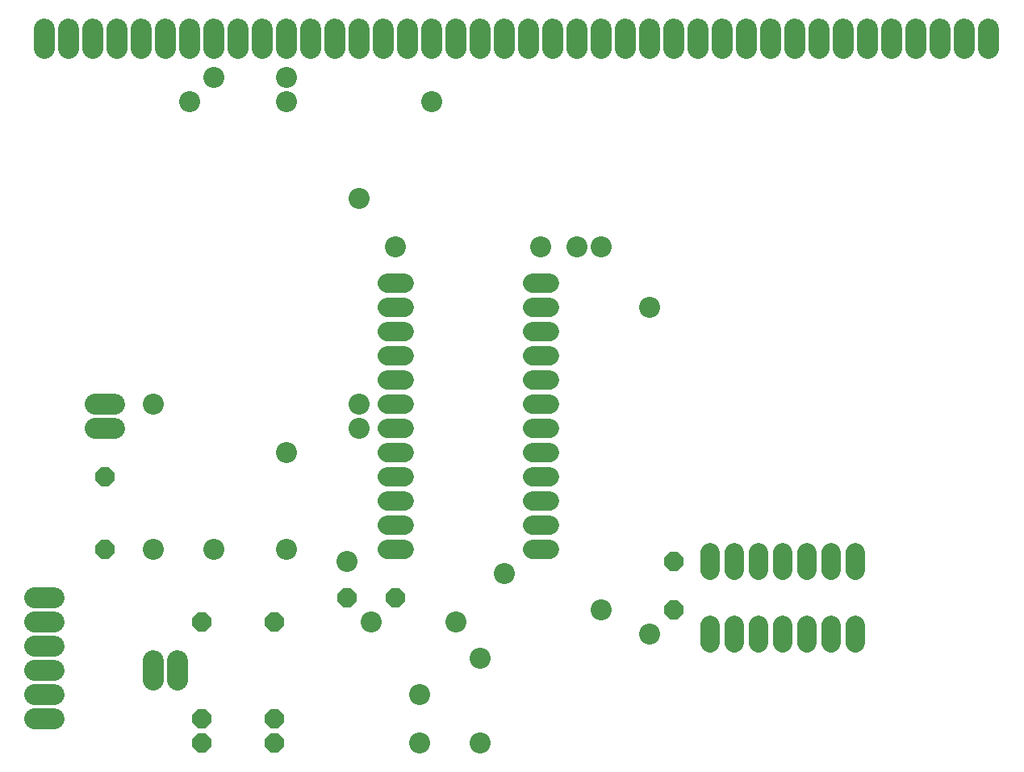
<source format=gbr>
G04 EAGLE Gerber RS-274X export*
G75*
%MOMM*%
%FSLAX34Y34*%
%LPD*%
%INSoldermask Top*%
%IPPOS*%
%AMOC8*
5,1,8,0,0,1.08239X$1,22.5*%
G01*
%ADD10P,2.199416X8X292.500000*%
%ADD11P,2.199416X8X202.500000*%
%ADD12C,2.032000*%
%ADD13C,2.235200*%
%ADD14P,2.199416X8X22.500000*%
%ADD15C,2.203200*%


D10*
X685800Y215900D03*
X685800Y165100D03*
D11*
X393700Y177800D03*
X342900Y177800D03*
D12*
X384556Y508000D02*
X402844Y508000D01*
X402844Y482600D02*
X384556Y482600D01*
X384556Y355600D02*
X402844Y355600D01*
X402844Y330200D02*
X384556Y330200D01*
X384556Y457200D02*
X402844Y457200D01*
X402844Y431800D02*
X384556Y431800D01*
X384556Y381000D02*
X402844Y381000D01*
X402844Y406400D02*
X384556Y406400D01*
X384556Y304800D02*
X402844Y304800D01*
X402844Y279400D02*
X384556Y279400D01*
X384556Y254000D02*
X402844Y254000D01*
X402844Y228600D02*
X384556Y228600D01*
X536956Y228600D02*
X555244Y228600D01*
X555244Y254000D02*
X536956Y254000D01*
X536956Y279400D02*
X555244Y279400D01*
X555244Y304800D02*
X536956Y304800D01*
X536956Y330200D02*
X555244Y330200D01*
X555244Y355600D02*
X536956Y355600D01*
X536956Y381000D02*
X555244Y381000D01*
X555244Y406400D02*
X536956Y406400D01*
X536956Y431800D02*
X555244Y431800D01*
X555244Y457200D02*
X536956Y457200D01*
X536956Y482600D02*
X555244Y482600D01*
X555244Y508000D02*
X536956Y508000D01*
X723900Y148844D02*
X723900Y130556D01*
X749300Y130556D02*
X749300Y148844D01*
X876300Y148844D02*
X876300Y130556D01*
X876300Y206756D02*
X876300Y225044D01*
X774700Y148844D02*
X774700Y130556D01*
X800100Y130556D02*
X800100Y148844D01*
X850900Y148844D02*
X850900Y130556D01*
X825500Y130556D02*
X825500Y148844D01*
X850900Y206756D02*
X850900Y225044D01*
X825500Y225044D02*
X825500Y206756D01*
X800100Y206756D02*
X800100Y225044D01*
X774700Y225044D02*
X774700Y206756D01*
X749300Y206756D02*
X749300Y225044D01*
X723900Y225044D02*
X723900Y206756D01*
D13*
X25400Y754380D02*
X25400Y774700D01*
X50800Y774700D02*
X50800Y754380D01*
X76200Y754380D02*
X76200Y774700D01*
X101600Y774700D02*
X101600Y754380D01*
X127000Y754380D02*
X127000Y774700D01*
X152400Y774700D02*
X152400Y754380D01*
X177800Y754380D02*
X177800Y774700D01*
X203200Y774700D02*
X203200Y754380D01*
X228600Y754380D02*
X228600Y774700D01*
X254000Y774700D02*
X254000Y754380D01*
X279400Y754380D02*
X279400Y774700D01*
X304800Y774700D02*
X304800Y754380D01*
X330200Y754380D02*
X330200Y774700D01*
X355600Y774700D02*
X355600Y754380D01*
X381000Y754380D02*
X381000Y774700D01*
X406400Y774700D02*
X406400Y754380D01*
X431800Y754380D02*
X431800Y774700D01*
X457200Y774700D02*
X457200Y754380D01*
X482600Y754380D02*
X482600Y774700D01*
X508000Y774700D02*
X508000Y754380D01*
X533400Y754380D02*
X533400Y774700D01*
X558800Y774700D02*
X558800Y754380D01*
X584200Y754380D02*
X584200Y774700D01*
X609600Y774700D02*
X609600Y754380D01*
X635000Y754380D02*
X635000Y774700D01*
X660400Y774700D02*
X660400Y754380D01*
X685800Y754380D02*
X685800Y774700D01*
X711200Y774700D02*
X711200Y754380D01*
X736600Y754380D02*
X736600Y774700D01*
X762000Y774700D02*
X762000Y754380D01*
X787400Y754380D02*
X787400Y774700D01*
X812800Y774700D02*
X812800Y754380D01*
X838200Y754380D02*
X838200Y774700D01*
X863600Y774700D02*
X863600Y754380D01*
X889000Y754380D02*
X889000Y774700D01*
X914400Y774700D02*
X914400Y754380D01*
X939800Y754380D02*
X939800Y774700D01*
X965200Y774700D02*
X965200Y754380D01*
X990600Y754380D02*
X990600Y774700D01*
X1016000Y774700D02*
X1016000Y754380D01*
X165100Y111760D02*
X165100Y91440D01*
X139700Y91440D02*
X139700Y111760D01*
D14*
X190500Y152400D03*
X266700Y152400D03*
X190500Y50800D03*
X266700Y50800D03*
X190500Y25400D03*
X266700Y25400D03*
D13*
X35560Y177800D02*
X15240Y177800D01*
X15240Y152400D02*
X35560Y152400D01*
X35560Y127000D02*
X15240Y127000D01*
X15240Y101600D02*
X35560Y101600D01*
X35560Y76200D02*
X15240Y76200D01*
X15240Y50800D02*
X35560Y50800D01*
X78740Y355600D02*
X99060Y355600D01*
X99060Y381000D02*
X78740Y381000D01*
D10*
X88900Y304800D03*
X88900Y228600D03*
D15*
X177800Y698500D03*
X546100Y546100D03*
X279400Y698500D03*
X431800Y698500D03*
X609600Y165100D03*
X609600Y546100D03*
X584200Y546100D03*
X279400Y330200D03*
X342900Y215900D03*
X279400Y228600D03*
X508000Y203200D03*
X203200Y228600D03*
X139700Y228600D03*
X393700Y546100D03*
X279400Y723900D03*
X203200Y723900D03*
X355600Y355600D03*
X355600Y596900D03*
X355600Y381000D03*
X139700Y381000D03*
X660400Y139700D03*
X660400Y482600D03*
X419100Y25400D03*
X419100Y76200D03*
X482600Y25400D03*
X482600Y114300D03*
X368300Y152400D03*
X457200Y152400D03*
M02*

</source>
